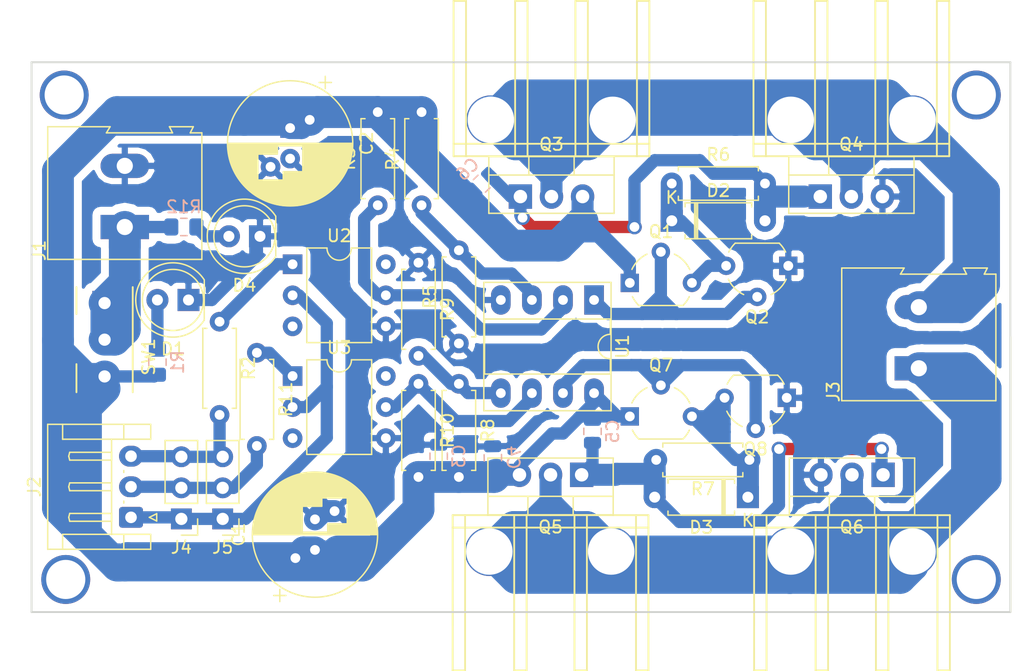
<source format=kicad_pcb>
(kicad_pcb (version 20171130) (host pcbnew "(5.0.2)-1")
  (layers (0 F.Cu signal) (31 B.Cu signal) (34 B.Paste user) (35 F.Paste user) (36 B.SilkS user) (37 F.SilkS user) (38 B.Mask user) (39 F.Mask user) (44 Edge.Cuts user))
  (net 0 "")
  (net 1 VCC)
  (net 2 GND)
  (net 3 "Net-(D1-Pad2)")
  (net 4 "Net-(D2-Pad1)")
  (net 5 "Net-(D3-Pad1)")
  (net 6 /in1)
  (net 7 /in2)
  (net 8 "Net-(Q1-Pad2)")
  (net 9 "Net-(Q7-Pad2)")
  (net 10 "Net-(R2-Pad1)")
  (net 11 "Net-(R3-Pad1)")
  (net 12 "Net-(R4-Pad1)")
  (net 13 "Net-(R8-Pad1)")
  (net 14 "Net-(R10-Pad1)")
  (net 15 "Net-(R11-Pad1)")
  (net 16 "Net-(U2-Pad6)")
  (net 17 "Net-(U2-Pad3)")
  (net 18 "Net-(U3-Pad3)")
  (net 19 "Net-(U3-Pad6)")
  (net 20 "Net-(C6-Pad1)")
  (net 21 "Net-(C5-Pad1)")
  (net 22 "Net-(J3-Pad1)")
  (net 23 "Net-(J3-Pad2)")
  (net 24 GNDD)
  (net 25 "Net-(J1-Pad1)")
  (net 26 "Net-(D4-Pad2)")
  (module LED_THT:LED_D5.0mm_FlatTop (layer F.Cu) (at 74.549 75.946 180)
    (fp_text reference D4 (at 1.27 -4.01 180) (layer F.SilkS))
    (fp_text value LED)
    (pad 1 thru_hole rect (at 0 0 180) (size 1.8 1.8) (drill 0.9) (layers *.Cu *.Mask) (net 2 GND))
    (pad 2 thru_hole circle (at 2.54 0 180) (size 1.8 1.8) (drill 0.9) (layers *.Cu *.Mask) (net 26 "Net-(D4-Pad2)"))
  )
  (module Resistor_SMD:R_0805_2012Metric_Pad1.15x1.40mm_HandSolder (layer B.Cu) (at 68.326 75.184 180)
    (fp_text reference R12 (at 0 1.65 180) (layer B.SilkS) (effects (justify mirror)))
    (fp_text value 5k)
    (pad 1 smd roundrect (at -1.025 0 180) (size 1.15 1.4) (layers B.Cu B.Paste B.Mask) (roundrect_rratio 0.217391) (net 26 "Net-(D4-Pad2)"))
    (pad 2 smd roundrect (at 1.025 0 180) (size 1.15 1.4) (layers B.Cu B.Paste B.Mask) (roundrect_rratio 0.217391) (net 25 "Net-(J1-Pad1)"))
  )
  (module kicad-library:TO-220-3_Vertical (layer F.Cu) (at 125.476 95.4532 180)
    (fp_text reference Q6 (at 2.54 -4.27 180) (layer F.SilkS))
    (fp_text value IRF3205)
    (pad 1 thru_hole rect (at 0 0 180) (size 1.905 2) (drill 1.1) (layers *.Cu *.Mask) (net 21 "Net-(C5-Pad1)"))
    (pad 2 thru_hole oval (at 2.54 0 180) (size 1.905 2) (drill 1.1) (layers *.Cu *.Mask) (net 22 "Net-(J3-Pad1)"))
    (pad 3 thru_hole oval (at 5.08 0 180) (size 1.905 2) (drill 1.1) (layers *.Cu *.Mask) (net 2 GND))
    (pad 2 thru_hole circle (at -2.413 -6.2738 180) (size 4 4) (drill 3.8) (layers *.Cu *.Mask) (net 22 "Net-(J3-Pad1)") (clearance 0.5))
    (pad 2 thru_hole circle (at 7.5438 -6.2738 180) (size 4 4) (drill 3.8) (layers *.Cu *.Mask) (net 22 "Net-(J3-Pad1)") (clearance 0.5))
  )
  (module Resistor_SMD:R_0805_2012Metric_Pad1.15x1.40mm_HandSolder (layer B.Cu) (at 66.167 86.242 90)
    (fp_text reference R1 (at 0 1.65 90) (layer B.SilkS) (effects (justify mirror)))
    (fp_text value 5k)
    (pad 1 smd roundrect (at -1.025 0 90) (size 1.15 1.4) (layers B.Cu B.Paste B.Mask) (roundrect_rratio 0.217391) (net 1 VCC))
    (pad 2 smd roundrect (at 1.025 0 90) (size 1.15 1.4) (layers B.Cu B.Paste B.Mask) (roundrect_rratio 0.217391) (net 3 "Net-(D1-Pad2)"))
  )
  (module Button_Switch_THT:SW_CuK_OS102011MA1QN1_SPDT_Angled (layer F.Cu) (at 61.849 84.407 270)
    (fp_text reference SW1 (at 1.4 -3.6 270) (layer F.SilkS))
    (fp_text value SW_SPDT)
    (pad 1 thru_hole rect (at -3 0 270) (size 2 2) (drill 1) (layers *.Cu *.Mask) (net 25 "Net-(J1-Pad1)"))
    (pad 2 thru_hole oval (at -0.0066 0 270) (size 2 2.5) (drill 1) (layers *.Cu *.Mask) (net 25 "Net-(J1-Pad1)"))
    (pad 3 thru_hole oval (at 3 0 270) (size 2 2.5) (drill 1) (layers *.Cu *.Mask) (net 1 VCC))
  )
  (module Resistor_THT:R_Axial_DIN0207_L6.3mm_D2.5mm_P7.62mm_Horizontal (layer F.Cu) (at 74.295 85.471 270)
    (fp_text reference R11 (at 3.81 -2.37 270) (layer F.SilkS))
    (fp_text value 220)
    (pad 1 thru_hole circle (at 0 0 270) (size 1.6 1.6) (drill 0.8) (layers *.Cu *.Mask) (net 15 "Net-(R11-Pad1)"))
    (pad 2 thru_hole oval (at 7.62 0 270) (size 1.6 1.6) (drill 0.8) (layers *.Cu *.Mask) (net 7 /in2))
  )
  (module Resistor_THT:R_Axial_DIN0207_L6.3mm_D2.5mm_P7.62mm_Horizontal (layer F.Cu) (at 87.503 88.011 270)
    (fp_text reference R10 (at 3.81 -2.37 270) (layer F.SilkS))
    (fp_text value 10k)
    (pad 2 thru_hole oval (at 7.62 0 270) (size 1.6 1.6) (drill 0.8) (layers *.Cu *.Mask) (net 1 VCC))
    (pad 1 thru_hole circle (at 0 0 270) (size 1.6 1.6) (drill 0.8) (layers *.Cu *.Mask) (net 14 "Net-(R10-Pad1)"))
  )
  (module Resistor_THT:R_Axial_DIN0207_L6.3mm_D2.5mm_P7.62mm_Horizontal (layer F.Cu) (at 87.503 78.105 270)
    (fp_text reference R9 (at 3.81 -2.37 270) (layer F.SilkS))
    (fp_text value 10K)
    (pad 1 thru_hole circle (at 0 0 270) (size 1.6 1.6) (drill 0.8) (layers *.Cu *.Mask) (net 2 GND))
    (pad 2 thru_hole oval (at 7.62 0 270) (size 1.6 1.6) (drill 0.8) (layers *.Cu *.Mask) (net 13 "Net-(R8-Pad1)"))
  )
  (module Resistor_THT:R_Axial_DIN0207_L6.3mm_D2.5mm_P7.62mm_Horizontal (layer F.Cu) (at 90.805 88.011 270)
    (fp_text reference R8 (at 3.81 -2.37 270) (layer F.SilkS))
    (fp_text value 10K)
    (pad 2 thru_hole oval (at 7.62 0 270) (size 1.6 1.6) (drill 0.8) (layers *.Cu *.Mask) (net 1 VCC))
    (pad 1 thru_hole circle (at 0 0 270) (size 1.6 1.6) (drill 0.8) (layers *.Cu *.Mask) (net 13 "Net-(R8-Pad1)"))
  )
  (module Resistor_THT:R_Axial_DIN0207_L6.3mm_D2.5mm_P7.62mm_Horizontal (layer F.Cu) (at 114.553997 94.234001 180)
    (fp_text reference R7 (at 3.81 -2.37 180) (layer F.SilkS))
    (fp_text value 10)
    (pad 1 thru_hole circle (at 0 0 180) (size 1.6 1.6) (drill 0.8) (layers *.Cu *.Mask) (net 5 "Net-(D3-Pad1)"))
    (pad 2 thru_hole oval (at 7.62 0 180) (size 1.6 1.6) (drill 0.8) (layers *.Cu *.Mask) (net 21 "Net-(C5-Pad1)"))
  )
  (module Resistor_THT:R_Axial_DIN0207_L6.3mm_D2.5mm_P7.62mm_Horizontal (layer F.Cu) (at 108.203996 71.627999)
    (fp_text reference R6 (at 3.81 -2.37) (layer F.SilkS))
    (fp_text value 10)
    (pad 2 thru_hole oval (at 7.62 0) (size 1.6 1.6) (drill 0.8) (layers *.Cu *.Mask) (net 20 "Net-(C6-Pad1)"))
    (pad 1 thru_hole circle (at 0 0) (size 1.6 1.6) (drill 0.8) (layers *.Cu *.Mask) (net 4 "Net-(D2-Pad1)"))
  )
  (module Resistor_THT:R_Axial_DIN0207_L6.3mm_D2.5mm_P7.62mm_Horizontal (layer F.Cu) (at 90.805 84.709 90)
    (fp_text reference R5 (at 3.81 -2.37 90) (layer F.SilkS))
    (fp_text value 10K)
    (pad 1 thru_hole circle (at 0 0 90) (size 1.6 1.6) (drill 0.8) (layers *.Cu *.Mask) (net 2 GND))
    (pad 2 thru_hole oval (at 7.62 0 90) (size 1.6 1.6) (drill 0.8) (layers *.Cu *.Mask) (net 12 "Net-(R4-Pad1)"))
  )
  (module Resistor_THT:R_Axial_DIN0207_L6.3mm_D2.5mm_P7.62mm_Horizontal (layer F.Cu) (at 84.1756 73.406 90)
    (fp_text reference R3 (at 3.81 -2.37 90) (layer F.SilkS))
    (fp_text value 10K)
    (pad 2 thru_hole oval (at 7.62 0 90) (size 1.6 1.6) (drill 0.8) (layers *.Cu *.Mask) (net 1 VCC))
    (pad 1 thru_hole circle (at 0 0 90) (size 1.6 1.6) (drill 0.8) (layers *.Cu *.Mask) (net 11 "Net-(R3-Pad1)"))
  )
  (module Resistor_THT:R_Axial_DIN0207_L6.3mm_D2.5mm_P7.62mm_Horizontal (layer F.Cu) (at 71.247 82.931 270)
    (fp_text reference R2 (at 3.81 -2.37 270) (layer F.SilkS))
    (fp_text value 220)
    (pad 2 thru_hole oval (at 7.62 0 270) (size 1.6 1.6) (drill 0.8) (layers *.Cu *.Mask) (net 6 /in1))
    (pad 1 thru_hole circle (at 0 0 270) (size 1.6 1.6) (drill 0.8) (layers *.Cu *.Mask) (net 10 "Net-(R2-Pad1)"))
  )
  (module Resistor_THT:R_Axial_DIN0207_L6.3mm_D2.5mm_P7.62mm_Horizontal (layer F.Cu) (at 87.757 73.406 90)
    (fp_text reference R4 (at 3.81 -2.37 90) (layer F.SilkS))
    (fp_text value 10K)
    (pad 1 thru_hole circle (at 0 0 90) (size 1.6 1.6) (drill 0.8) (layers *.Cu *.Mask) (net 12 "Net-(R4-Pad1)"))
    (pad 2 thru_hole oval (at 7.62 0 90) (size 1.6 1.6) (drill 0.8) (layers *.Cu *.Mask) (net 1 VCC))
  )
  (module LED_THT:LED_D5.0mm_FlatTop (layer F.Cu) (at 68.707 81.153 180)
    (fp_text reference D1 (at 1.27 -4.01 180) (layer F.SilkS))
    (fp_text value LED)
    (pad 1 thru_hole rect (at 0 0 180) (size 1.8 1.8) (drill 0.9) (layers *.Cu *.Mask) (net 2 GND))
    (pad 2 thru_hole circle (at 2.54 0 180) (size 1.8 1.8) (drill 0.9) (layers *.Cu *.Mask) (net 3 "Net-(D1-Pad2)"))
  )
  (module kicad-library:TO-220-3_Vertical (layer F.Cu) (at 95.8342 72.6948)
    (fp_text reference Q3 (at 2.54 -4.27) (layer F.SilkS))
    (fp_text value IRF4905)
    (pad 2 thru_hole circle (at 7.5438 -6.2738) (size 4 4) (drill 3.8) (layers *.Cu *.Mask) (net 23 "Net-(J3-Pad2)") (clearance 0.5))
    (pad 2 thru_hole circle (at -2.413 -6.2738) (size 4 4) (drill 3.8) (layers *.Cu *.Mask) (net 23 "Net-(J3-Pad2)") (clearance 0.5))
    (pad 3 thru_hole oval (at 5.08 0) (size 1.905 2) (drill 1.1) (layers *.Cu *.Mask) (net 1 VCC))
    (pad 2 thru_hole oval (at 2.54 0) (size 1.905 2) (drill 1.1) (layers *.Cu *.Mask) (net 23 "Net-(J3-Pad2)"))
    (pad 1 thru_hole rect (at 0 0) (size 1.905 2) (drill 1.1) (layers *.Cu *.Mask) (net 20 "Net-(C6-Pad1)"))
  )
  (module kicad-library:TO-220-3_Vertical (layer F.Cu) (at 120.3452 72.6948)
    (fp_text reference Q4 (at 2.54 -4.27) (layer F.SilkS))
    (fp_text value IRF3205)
    (pad 1 thru_hole rect (at 0 0) (size 1.905 2) (drill 1.1) (layers *.Cu *.Mask) (net 20 "Net-(C6-Pad1)"))
    (pad 2 thru_hole oval (at 2.54 0) (size 1.905 2) (drill 1.1) (layers *.Cu *.Mask) (net 23 "Net-(J3-Pad2)"))
    (pad 3 thru_hole oval (at 5.08 0) (size 1.905 2) (drill 1.1) (layers *.Cu *.Mask) (net 2 GND))
    (pad 2 thru_hole circle (at -2.413 -6.2738) (size 4 4) (drill 3.8) (layers *.Cu *.Mask) (net 23 "Net-(J3-Pad2)") (clearance 0.5))
    (pad 2 thru_hole circle (at 7.5438 -6.2738) (size 4 4) (drill 3.8) (layers *.Cu *.Mask) (net 23 "Net-(J3-Pad2)") (clearance 0.5))
  )
  (module kicad-library:TO-220-3_Vertical (layer F.Cu) (at 100.838 95.4532 180)
    (fp_text reference Q5 (at 2.54 -4.27 180) (layer F.SilkS))
    (fp_text value IRF4905)
    (pad 2 thru_hole circle (at 7.5438 -6.2738 180) (size 4 4) (drill 3.8) (layers *.Cu *.Mask) (net 22 "Net-(J3-Pad1)") (clearance 0.5))
    (pad 2 thru_hole circle (at -2.413 -6.2738 180) (size 4 4) (drill 3.8) (layers *.Cu *.Mask) (net 22 "Net-(J3-Pad1)") (clearance 0.5))
    (pad 3 thru_hole oval (at 5.08 0 180) (size 1.905 2) (drill 1.1) (layers *.Cu *.Mask) (net 1 VCC))
    (pad 2 thru_hole oval (at 2.54 0 180) (size 1.905 2) (drill 1.1) (layers *.Cu *.Mask) (net 22 "Net-(J3-Pad1)"))
    (pad 1 thru_hole rect (at 0 0 180) (size 1.905 2) (drill 1.1) (layers *.Cu *.Mask) (net 21 "Net-(C5-Pad1)"))
  )
  (module Package_TO_SOT_THT:TO-92_Wide (layer F.Cu) (at 117.602 89.154 180)
    (fp_text reference Q8 (at 2.55 -4.19 180) (layer F.SilkS))
    (fp_text value BC557)
    (pad 1 thru_hole rect (at 0 0 270) (size 1.5 1.5) (drill 0.8) (layers *.Cu *.Mask) (net 2 GND))
    (pad 3 thru_hole circle (at 5.08 0 270) (size 1.5 1.5) (drill 0.8) (layers *.Cu *.Mask) (net 5 "Net-(D3-Pad1)"))
    (pad 2 thru_hole circle (at 2.54 -2.54 270) (size 1.5 1.5) (drill 0.8) (layers *.Cu *.Mask) (net 9 "Net-(Q7-Pad2)"))
  )
  (module Package_TO_SOT_THT:TO-92_Wide (layer F.Cu) (at 104.775 90.678)
    (fp_text reference Q7 (at 2.55 -4.19) (layer F.SilkS))
    (fp_text value BC547)
    (pad 2 thru_hole circle (at 2.54 -2.54 90) (size 1.5 1.5) (drill 0.8) (layers *.Cu *.Mask) (net 9 "Net-(Q7-Pad2)"))
    (pad 3 thru_hole circle (at 5.08 0 90) (size 1.5 1.5) (drill 0.8) (layers *.Cu *.Mask) (net 5 "Net-(D3-Pad1)"))
    (pad 1 thru_hole rect (at 0 0 90) (size 1.5 1.5) (drill 0.8) (layers *.Cu *.Mask) (net 1 VCC))
  )
  (module Package_TO_SOT_THT:TO-92_Wide (layer F.Cu) (at 117.729 78.359 180)
    (fp_text reference Q2 (at 2.55 -4.19 180) (layer F.SilkS))
    (fp_text value BC557)
    (pad 1 thru_hole rect (at 0 0 270) (size 1.5 1.5) (drill 0.8) (layers *.Cu *.Mask) (net 2 GND))
    (pad 3 thru_hole circle (at 5.08 0 270) (size 1.5 1.5) (drill 0.8) (layers *.Cu *.Mask) (net 4 "Net-(D2-Pad1)"))
    (pad 2 thru_hole circle (at 2.54 -2.54 270) (size 1.5 1.5) (drill 0.8) (layers *.Cu *.Mask) (net 8 "Net-(Q1-Pad2)"))
  )
  (module Package_TO_SOT_THT:TO-92_Wide (layer F.Cu) (at 104.775 79.756)
    (fp_text reference Q1 (at 2.55 -4.19) (layer F.SilkS))
    (fp_text value BC547)
    (pad 2 thru_hole circle (at 2.54 -2.54 90) (size 1.5 1.5) (drill 0.8) (layers *.Cu *.Mask) (net 8 "Net-(Q1-Pad2)"))
    (pad 3 thru_hole circle (at 5.08 0 90) (size 1.5 1.5) (drill 0.8) (layers *.Cu *.Mask) (net 4 "Net-(D2-Pad1)"))
    (pad 1 thru_hole rect (at 0 0 90) (size 1.5 1.5) (drill 0.8) (layers *.Cu *.Mask) (net 1 VCC))
  )
  (module Capacitor_SMD:C_0805_2012Metric (layer B.Cu) (at 101.727 91.8995 90)
    (fp_text reference C5 (at 0 1.65 90) (layer B.SilkS) (effects (justify mirror)))
    (fp_text value C_Small)
    (pad 2 smd roundrect (at 0.9375 0 90) (size 0.975 1.4) (layers B.Cu B.Paste B.Mask) (net 1 VCC))
    (pad 1 smd roundrect (at -0.9375 0 90) (size 0.975 1.4) (layers B.Cu B.Paste B.Mask) (net 21 "Net-(C5-Pad1)"))
  )
  (module Capacitor_SMD:C_0805_2012Metric (layer B.Cu) (at 92.670613 71.64423 224)
    (fp_text reference C6 (at 0 1.65 224) (layer B.SilkS) (effects (justify mirror)))
    (fp_text value C_Small)
    (pad 1 smd roundrect (at -0.937501 0 224) (size 0.975 1.4) (layers B.Cu B.Paste B.Mask) (net 20 "Net-(C6-Pad1)"))
    (pad 2 smd roundrect (at 0.937501 0 224) (size 0.975 1.4) (layers B.Cu B.Paste B.Mask) (net 1 VCC))
  )
  (module Connector_JST:JST_EH_S03B-EH_1x03_P2.50mm_Horizontal (layer F.Cu) (at 64.008 98.933 90)
    (fp_text reference J2 (at 2.5 -7.9 90) (layer F.SilkS))
    (fp_text value "Input conn")
    (pad 1 thru_hole roundrect (at 0 0 90) (size 1.7 1.95) (drill 0.95) (layers *.Cu *.Mask) (roundrect_rratio 0.147059) (net 24 GNDD))
    (pad 2 thru_hole oval (at 2.5 0 90) (size 1.7 1.95) (drill 0.95) (layers *.Cu *.Mask) (net 7 /in2))
    (pad 3 thru_hole oval (at 5 0 90) (size 1.7 1.95) (drill 0.95) (layers *.Cu *.Mask) (net 6 /in1))
  )
  (module Diode_THT:D_A-405_P7.62mm_Horizontal (layer F.Cu) (at 108.203995 74.676)
    (fp_text reference D2 (at 3.81 -2.47) (layer F.SilkS))
    (fp_text value 1N4148)
    (fp_text user K (at 0 -1.9) (layer F.SilkS))
    (pad 2 thru_hole oval (at 7.62 0) (size 1.8 1.8) (drill 0.9) (layers *.Cu *.Mask) (net 20 "Net-(C6-Pad1)"))
    (pad 1 thru_hole rect (at 0 0) (size 1.8 1.8) (drill 0.9) (layers *.Cu *.Mask) (net 4 "Net-(D2-Pad1)"))
  )
  (module Diode_THT:D_A-405_P7.62mm_Horizontal (layer F.Cu) (at 114.427 97.282 180)
    (fp_text reference D3 (at 3.81 -2.47 180) (layer F.SilkS))
    (fp_text value 1N4148)
    (fp_text user K (at 0 -1.9 180) (layer F.SilkS))
    (pad 1 thru_hole rect (at 0 0 180) (size 1.8 1.8) (drill 0.9) (layers *.Cu *.Mask) (net 5 "Net-(D3-Pad1)"))
    (pad 2 thru_hole oval (at 7.62 0 180) (size 1.8 1.8) (drill 0.9) (layers *.Cu *.Mask) (net 21 "Net-(C5-Pad1)"))
  )
  (module Connector_PinHeader_2.54mm:PinHeader_1x03_P2.54mm_Vertical (layer F.Cu) (at 68.1228 99.06 180)
    (fp_text reference J4 (at 0 -2.33 180) (layer F.SilkS))
    (fp_text value "Input conn")
    (pad 3 thru_hole oval (at 0 5.08 180) (size 1.7 1.7) (drill 1) (layers *.Cu *.Mask) (net 6 /in1))
    (pad 2 thru_hole oval (at 0 2.54 180) (size 1.7 1.7) (drill 1) (layers *.Cu *.Mask) (net 7 /in2))
    (pad 1 thru_hole rect (at 0 0 180) (size 1.7 1.7) (drill 1) (layers *.Cu *.Mask) (net 24 GNDD))
  )
  (module Connector_PinHeader_2.54mm:PinHeader_1x03_P2.54mm_Vertical (layer F.Cu) (at 71.501 99.06 180)
    (fp_text reference J5 (at 0 -2.33 180) (layer F.SilkS))
    (fp_text value "Input conn")
    (pad 1 thru_hole rect (at 0 0 180) (size 1.7 1.7) (drill 1) (layers *.Cu *.Mask) (net 24 GNDD))
    (pad 2 thru_hole oval (at 0 2.54 180) (size 1.7 1.7) (drill 1) (layers *.Cu *.Mask) (net 7 /in2))
    (pad 3 thru_hole oval (at 0 5.08 180) (size 1.7 1.7) (drill 1) (layers *.Cu *.Mask) (net 6 /in1))
  )
  (module Capacitor_THT:CP_Radial_D10.0mm_P2.50mm_P5.00mm (layer F.Cu) (at 79.0448 101.595937 90)
    (fp_text reference C1 (at 1.25 -6.25 90) (layer F.SilkS))
    (fp_text value CP)
    (pad 1 thru_hole rect (at 0 0 90) (size 1.6 1.6) (drill 0.8) (layers *.Cu *.Mask) (net 1 VCC))
    (pad 2 thru_hole circle (at 2.5 0 90) (size 1.6 1.6) (drill 0.8) (layers *.Cu *.Mask) (net 2 GND))
    (pad 1 thru_hole rect (at -0.670937 -1.6 90) (size 1.6 1.6) (drill 0.8) (layers *.Cu *.Mask) (net 1 VCC))
    (pad 2 thru_hole circle (at 3.170937 1.6 90) (size 1.6 1.6) (drill 0.8) (layers *.Cu *.Mask) (net 2 GND))
  )
  (module Capacitor_THT:CP_Radial_D10.0mm_P2.50mm_P5.00mm (layer F.Cu) (at 77.013 67.091937 270)
    (fp_text reference C2 (at 1.25 -6.25 270) (layer F.SilkS))
    (fp_text value CP)
    (pad 2 thru_hole circle (at 3.170937 1.6 270) (size 1.6 1.6) (drill 0.8) (layers *.Cu *.Mask) (net 2 GND))
    (pad 1 thru_hole rect (at -0.670937 -1.6 270) (size 1.6 1.6) (drill 0.8) (layers *.Cu *.Mask) (net 1 VCC))
    (pad 2 thru_hole circle (at 2.5 0 270) (size 1.6 1.6) (drill 0.8) (layers *.Cu *.Mask) (net 2 GND))
    (pad 1 thru_hole rect (at 0 0 270) (size 1.6 1.6) (drill 0.8) (layers *.Cu *.Mask) (net 1 VCC))
  )
  (module Capacitor_SMD:C_0805_2012Metric (layer B.Cu) (at 89.154 93.9315 90)
    (fp_text reference C3 (at 0 1.65 90) (layer B.SilkS) (effects (justify mirror)))
    (fp_text value C_Small)
    (pad 1 smd roundrect (at -0.9375 0 90) (size 0.975 1.4) (layers B.Cu B.Paste B.Mask) (net 1 VCC))
    (pad 2 smd roundrect (at 0.9375 0 90) (size 0.975 1.4) (layers B.Cu B.Paste B.Mask) (net 2 GND))
  )
  (module Capacitor_SMD:C_0805_2012Metric (layer B.Cu) (at 93.582638 94.058642 91)
    (fp_text reference C4 (at 0 1.65 91) (layer B.SilkS) (effects (justify mirror)))
    (fp_text value C_Small)
    (pad 2 smd roundrect (at 0.9375 0 91) (size 0.975 1.4) (layers B.Cu B.Paste B.Mask) (net 2 GND))
    (pad 1 smd roundrect (at -0.9375 0 91) (size 0.975 1.4) (layers B.Cu B.Paste B.Mask) (net 1 VCC))
  )
  (module TerminalBlock:TerminalBlock_Altech_AK300-2_P5.00mm (layer F.Cu) (at 63.5 75.184 90)
    (fp_text reference J1 (at -1.92 -6.99 90) (layer F.SilkS))
    (fp_text value "Power conn")
    (pad 2 thru_hole oval (at 5 0 90) (size 1.98 3.96) (drill 1.32) (layers *.Cu *.Mask) (net 2 GND))
    (pad 1 thru_hole rect (at 0 0 90) (size 1.98 3.96) (drill 1.32) (layers *.Cu *.Mask) (net 25 "Net-(J1-Pad1)"))
  )
  (module TerminalBlock:TerminalBlock_Altech_AK300-2_P5.00mm (layer F.Cu) (at 128.397 86.741 90)
    (fp_text reference J3 (at -1.92 -6.99 90) (layer F.SilkS))
    (fp_text value MOTOR)
    (pad 1 thru_hole rect (at 0 0 90) (size 1.98 3.96) (drill 1.32) (layers *.Cu *.Mask) (net 22 "Net-(J3-Pad1)"))
    (pad 2 thru_hole oval (at 5 0 90) (size 1.98 3.96) (drill 1.32) (layers *.Cu *.Mask) (net 23 "Net-(J3-Pad2)"))
  )
  (module Package_DIP:DIP-8_W7.62mm_Socket_LongPads (layer F.Cu) (at 101.854 81.153 270)
    (fp_text reference U1 (at 3.81 -2.33 270) (layer F.SilkS))
    (fp_text value LM358)
    (pad 1 thru_hole rect (at 0 0 270) (size 2.4 1.6) (drill 0.8) (layers *.Cu *.Mask) (net 8 "Net-(Q1-Pad2)"))
    (pad 5 thru_hole oval (at 7.62 7.62 270) (size 2.4 1.6) (drill 0.8) (layers *.Cu *.Mask) (net 13 "Net-(R8-Pad1)"))
    (pad 2 thru_hole oval (at 0 2.54 270) (size 2.4 1.6) (drill 0.8) (layers *.Cu *.Mask) (net 11 "Net-(R3-Pad1)"))
    (pad 6 thru_hole oval (at 7.62 5.08 270) (size 2.4 1.6) (drill 0.8) (layers *.Cu *.Mask) (net 14 "Net-(R10-Pad1)"))
    (pad 3 thru_hole oval (at 0 5.08 270) (size 2.4 1.6) (drill 0.8) (layers *.Cu *.Mask) (net 12 "Net-(R4-Pad1)"))
    (pad 7 thru_hole oval (at 7.62 2.54 270) (size 2.4 1.6) (drill 0.8) (layers *.Cu *.Mask) (net 9 "Net-(Q7-Pad2)"))
    (pad 4 thru_hole oval (at 0 7.62 270) (size 2.4 1.6) (drill 0.8) (layers *.Cu *.Mask) (net 2 GND))
    (pad 8 thru_hole oval (at 7.62 0 270) (size 2.4 1.6) (drill 0.8) (layers *.Cu *.Mask) (net 1 VCC))
  )
  (module Package_DIP:DIP-6_W7.62mm (layer F.Cu) (at 77.216 78.232)
    (fp_text reference U2 (at 3.81 -2.33) (layer F.SilkS))
    (fp_text value 4N35)
    (pad 6 thru_hole oval (at 7.62 0) (size 1.6 1.6) (drill 0.8) (layers *.Cu *.Mask) (net 16 "Net-(U2-Pad6)"))
    (pad 3 thru_hole oval (at 0 5.08) (size 1.6 1.6) (drill 0.8) (layers *.Cu *.Mask) (net 17 "Net-(U2-Pad3)"))
    (pad 5 thru_hole oval (at 7.62 2.54) (size 1.6 1.6) (drill 0.8) (layers *.Cu *.Mask) (net 11 "Net-(R3-Pad1)"))
    (pad 2 thru_hole oval (at 0 2.54) (size 1.6 1.6) (drill 0.8) (layers *.Cu *.Mask) (net 24 GNDD))
    (pad 4 thru_hole oval (at 7.62 5.08) (size 1.6 1.6) (drill 0.8) (layers *.Cu *.Mask) (net 2 GND))
    (pad 1 thru_hole rect (at 0 0) (size 1.6 1.6) (drill 0.8) (layers *.Cu *.Mask) (net 10 "Net-(R2-Pad1)"))
  )
  (module Package_DIP:DIP-6_W7.62mm (layer F.Cu) (at 77.216 87.376)
    (fp_text reference U3 (at 3.81 -2.33) (layer F.SilkS))
    (fp_text value 4N35)
    (pad 1 thru_hole rect (at 0 0) (size 1.6 1.6) (drill 0.8) (layers *.Cu *.Mask) (net 15 "Net-(R11-Pad1)"))
    (pad 4 thru_hole oval (at 7.62 5.08) (size 1.6 1.6) (drill 0.8) (layers *.Cu *.Mask) (net 2 GND))
    (pad 2 thru_hole oval (at 0 2.54) (size 1.6 1.6) (drill 0.8) (layers *.Cu *.Mask) (net 24 GNDD))
    (pad 5 thru_hole oval (at 7.62 2.54) (size 1.6 1.6) (drill 0.8) (layers *.Cu *.Mask) (net 14 "Net-(R10-Pad1)"))
    (pad 3 thru_hole oval (at 0 5.08) (size 1.6 1.6) (drill 0.8) (layers *.Cu *.Mask) (net 18 "Net-(U3-Pad3)"))
    (pad 6 thru_hole oval (at 7.62 0) (size 1.6 1.6) (drill 0.8) (layers *.Cu *.Mask) (net 19 "Net-(U3-Pad6)"))
  )
  (gr_line (start 135.88 106.68) (end 135.88 61.71) (layer Edge.Cuts) (width 0.15))
  (gr_line (start 135.88 106.68) (end 135.88 84.18) (layer F.SilkS) (width 0.15))
  (gr_line (start 135.88 61.71) (end 55.88 61.71) (layer Edge.Cuts) (width 0.15))
  (gr_line (start 55.88 106.68) (end 55.88 61.71) (layer Edge.Cuts) (width 0.15))
  (gr_line (start 135.88 106.68) (end 55.88 106.68) (layer Edge.Cuts) (width 0.15))
  (via (at 58.674 104.013) (size 4) (drill 3.2) (layers F.Cu B.Cu) (net 0))
  (via (at 133.096 104.013) (size 4) (drill 3.2) (layers F.Cu B.Cu) (net 0))
  (via (at 133.096 64.389) (size 4) (drill 3.2) (layers F.Cu B.Cu) (net 0))
  (via (at 58.547 64.389) (size 4) (drill 3.2) (layers F.Cu B.Cu) (net 0))
  (segment (start 61.849 87.407) (end 61.691 87.407) (width 1.8) (layer B.Cu) (net 1))
  (segment (start 79.0448 101.595937) (end 78.115737 101.595937) (width 2.2) (layer B.Cu) (net 1))
  (segment (start 78.115737 101.595937) (end 77.4448 102.266874) (width 2.2) (layer B.Cu) (net 1))
  (segment (start 95.758 95.4532) (end 93.853 95.4532) (width 1.8) (layer B.Cu) (net 1))
  (segment (start 93.6752 95.631) (end 93.853 95.4532) (width 2.6) (layer B.Cu) (net 1))
  (segment (start 90.805 95.631) (end 93.6752 95.631) (width 2.6) (layer B.Cu) (net 1))
  (segment (start 87.503 98.29624) (end 84.07224 101.727) (width 2.6) (layer B.Cu) (net 1))
  (segment (start 87.503 95.631) (end 87.503 98.29624) (width 2.6) (layer B.Cu) (net 1))
  (segment (start 84.07224 101.727) (end 80.899 101.727) (width 2.6) (layer B.Cu) (net 1))
  (segment (start 79.175863 101.727) (end 79.0448 101.595937) (width 1.8) (layer B.Cu) (net 1))
  (segment (start 80.899 101.727) (end 79.175863 101.727) (width 1.8) (layer B.Cu) (net 1))
  (segment (start 60.325 89.916) (end 60.325 100.457) (width 2.6) (layer B.Cu) (net 1))
  (segment (start 61.849 88.392) (end 60.325 89.916) (width 2.6) (layer B.Cu) (net 1))
  (segment (start 87.503 95.631) (end 90.805 95.631) (width 2.6) (layer B.Cu) (net 1))
  (segment (start 59.436 99.568) (end 60.325 100.457) (width 2.6) (layer B.Cu) (net 1))
  (segment (start 61.849 87.407) (end 59.436 89.82) (width 2.6) (layer B.Cu) (net 1))
  (segment (start 59.436 89.82) (end 59.436 99.568) (width 2.6) (layer B.Cu) (net 1))
  (segment (start 61.437 87.407) (end 59.055 89.789) (width 1.8) (layer B.Cu) (net 1))
  (segment (start 61.849 87.407) (end 61.437 87.407) (width 1.8) (layer B.Cu) (net 1))
  (segment (start 61.849 87.407) (end 60.991 87.407) (width 1.8) (layer B.Cu) (net 1))
  (segment (start 77.942063 67.091937) (end 78.613 66.421) (width 1.8) (layer B.Cu) (net 1))
  (segment (start 77.013 67.091937) (end 77.942063 67.091937) (width 1.8) (layer B.Cu) (net 1))
  (segment (start 58.039 85.09) (end 58.039 84.455) (width 2.2) (layer B.Cu) (net 1))
  (segment (start 61.849 87.407) (end 60.356 87.407) (width 2.2) (layer B.Cu) (net 1))
  (segment (start 60.356 87.407) (end 58.039 85.09) (width 2.2) (layer B.Cu) (net 1))
  (segment (start 58.039 88.423) (end 59.436 89.82) (width 2.2) (layer B.Cu) (net 1))
  (segment (start 58.039 85.09) (end 58.039 88.423) (width 2.2) (layer B.Cu) (net 1))
  (segment (start 59.055 87.407) (end 58.039 88.423) (width 2.2) (layer B.Cu) (net 1))
  (segment (start 60.356 87.407) (end 59.055 87.407) (width 2.2) (layer B.Cu) (net 1))
  (segment (start 65.899999 87.407) (end 65.913 87.393999) (width 1) (layer B.Cu) (net 1))
  (segment (start 61.849 87.407) (end 65.899999 87.407) (width 1) (layer B.Cu) (net 1))
  (segment (start 73.279 66.421) (end 78.613 66.421) (width 2.6) (layer B.Cu) (net 1))
  (segment (start 62.23 66.421) (end 73.279 66.421) (width 2.6) (layer B.Cu) (net 1))
  (segment (start 58.039 84.455) (end 58.039 70.612) (width 2.6) (layer B.Cu) (net 1))
  (segment (start 58.039 70.612) (end 62.23 66.421) (width 2.6) (layer B.Cu) (net 1))
  (segment (start 100.9142 72.6948) (end 100.9142 74.7268) (width 1.8) (layer B.Cu) (net 1))
  (segment (start 87.757 65.786) (end 84.1756 65.786) (width 2.6) (layer B.Cu) (net 1))
  (segment (start 79.248 65.786) (end 78.613 66.421) (width 2.6) (layer B.Cu) (net 1))
  (segment (start 84.1756 65.786) (end 79.248 65.786) (width 2.6) (layer B.Cu) (net 1))
  (segment (start 62.865 65.786) (end 62.23 66.421) (width 2.6) (layer B.Cu) (net 1))
  (segment (start 84.1756 65.786) (end 62.865 65.786) (width 2.6) (layer B.Cu) (net 1))
  (segment (start 87.757 66.91737) (end 87.757 69.3674) (width 2.6) (layer B.Cu) (net 1))
  (segment (start 87.757 65.786) (end 87.757 66.91737) (width 2.6) (layer B.Cu) (net 1))
  (segment (start 87.757 69.3674) (end 84.1756 65.786) (width 2.6) (layer B.Cu) (net 1))
  (segment (start 100.9142 74.7268) (end 99.695 75.946) (width 2.6) (layer B.Cu) (net 1))
  (segment (start 102.715 75.946) (end 99.695 75.946) (width 1) (layer B.Cu) (net 1))
  (segment (start 104.775 78.006) (end 102.715 75.946) (width 1) (layer B.Cu) (net 1))
  (segment (start 104.775 78.5876) (end 100.9142 74.7268) (width 1) (layer B.Cu) (net 1))
  (segment (start 104.775 78.74) (end 104.775 78.5876) (width 1) (layer B.Cu) (net 1))
  (segment (start 104.775 79.756) (end 104.775 78.74) (width 1) (layer B.Cu) (net 1))
  (segment (start 104.775 78.74) (end 104.775 78.006) (width 1) (layer B.Cu) (net 1))
  (segment (start 101.4958 74.7268) (end 102.715 75.946) (width 1) (layer B.Cu) (net 1))
  (segment (start 100.9142 74.7268) (end 101.4958 74.7268) (width 1) (layer B.Cu) (net 1))
  (segment (start 103.759 90.678) (end 101.854 88.773) (width 1) (layer B.Cu) (net 1))
  (segment (start 104.775 90.678) (end 103.759 90.678) (width 1) (layer B.Cu) (net 1))
  (segment (start 101.854 89.535) (end 101.854 88.773) (width 1) (layer B.Cu) (net 1))
  (segment (start 98.425 92.075) (end 99.314 92.075) (width 1) (layer B.Cu) (net 1))
  (segment (start 95.758 95.4532) (end 95.758 94.742) (width 1) (layer B.Cu) (net 1))
  (segment (start 95.758 94.742) (end 98.425 92.075) (width 1) (layer B.Cu) (net 1))
  (segment (start 100.711 90.678) (end 100.584 90.805) (width 1) (layer B.Cu) (net 1))
  (segment (start 104.775 90.678) (end 100.711 90.678) (width 1) (layer B.Cu) (net 1))
  (segment (start 99.314 92.075) (end 100.584 90.805) (width 1) (layer B.Cu) (net 1))
  (segment (start 100.584 90.805) (end 101.854 89.535) (width 1) (layer B.Cu) (net 1))
  (segment (start 95.0976 76.708) (end 87.757 69.3674) (width 2.6) (layer B.Cu) (net 1))
  (segment (start 99.695 75.946) (end 98.933 76.708) (width 2.6) (layer B.Cu) (net 1))
  (segment (start 98.933 76.708) (end 95.0976 76.708) (width 2.6) (layer B.Cu) (net 1))
  (segment (start 58.039 98.171) (end 59.436 99.568) (width 2.6) (layer B.Cu) (net 1))
  (segment (start 58.039 84.455) (end 58.039 98.171) (width 2.6) (layer B.Cu) (net 1))
  (segment (start 82.92924 102.87) (end 84.07224 101.727) (width 2.6) (layer B.Cu) (net 1))
  (segment (start 62.992 102.362) (end 63.5 102.87) (width 2.6) (layer B.Cu) (net 1))
  (segment (start 63.5 102.87) (end 82.92924 102.87) (width 2.6) (layer B.Cu) (net 1))
  (segment (start 63.722126 102.266874) (end 77.4448 102.266874) (width 2.6) (layer B.Cu) (net 1))
  (segment (start 63.119 102.87) (end 63.722126 102.266874) (width 2.6) (layer B.Cu) (net 1))
  (segment (start 62.865 102.87) (end 63.119 102.87) (width 2.6) (layer B.Cu) (net 1))
  (segment (start 60.325 100.457) (end 60.452 100.457) (width 2.6) (layer B.Cu) (net 1))
  (segment (start 60.452 100.457) (end 62.865 102.87) (width 2.6) (layer B.Cu) (net 1))
  (segment (start 79.715737 98.425) (end 79.0448 99.095937) (width 1.8) (layer B.Cu) (net 2))
  (segment (start 80.6448 98.425) (end 79.715737 98.425) (width 1.8) (layer B.Cu) (net 2))
  (segment (start 70.607 81.153) (end 74.168 77.592) (width 1) (layer B.Cu) (net 2))
  (segment (start 68.707 81.153) (end 70.607 81.153) (width 1) (layer B.Cu) (net 2))
  (segment (start 74.168 76.327) (end 74.549 75.946) (width 1) (layer B.Cu) (net 2))
  (segment (start 74.168 77.592) (end 74.168 76.327) (width 1) (layer B.Cu) (net 2))
  (segment (start 66.167 81.153) (end 66.167 85.217) (width 1) (layer B.Cu) (net 3))
  (segment (start 111.252 78.359) (end 109.855 79.756) (width 1) (layer B.Cu) (net 4))
  (segment (start 112.649 78.359) (end 111.252 78.359) (width 1) (layer B.Cu) (net 4))
  (segment (start 108.966 74.676) (end 112.649 78.359) (width 1) (layer B.Cu) (net 4))
  (segment (start 108.203995 74.676) (end 108.966 74.676) (width 1) (layer B.Cu) (net 4))
  (segment (start 108.203996 74.675999) (end 108.203995 74.676) (width 1.8) (layer B.Cu) (net 4))
  (segment (start 108.203996 71.627999) (end 108.203996 74.675999) (width 1.8) (layer B.Cu) (net 4))
  (segment (start 110.998 90.678) (end 112.522 89.154) (width 1) (layer B.Cu) (net 5))
  (segment (start 109.855 90.678) (end 110.998 90.678) (width 1) (layer B.Cu) (net 5))
  (segment (start 114.553997 94.234001) (end 113.411001 94.234001) (width 1) (layer B.Cu) (net 5))
  (segment (start 112.522 89.154) (end 112.522 90.21466) (width 1) (layer B.Cu) (net 5))
  (segment (start 113.411001 94.234001) (end 112.522 93.345) (width 1) (layer B.Cu) (net 5))
  (segment (start 112.522 93.345) (end 109.855 90.678) (width 1) (layer B.Cu) (net 5))
  (segment (start 112.522 91.313) (end 111.887 90.678) (width 1) (layer B.Cu) (net 5))
  (segment (start 112.522 90.21466) (end 112.522 91.313) (width 1) (layer B.Cu) (net 5))
  (segment (start 112.014 91.948) (end 110.744 90.678) (width 1) (layer B.Cu) (net 5))
  (segment (start 112.522 91.948) (end 112.014 91.948) (width 1) (layer B.Cu) (net 5))
  (segment (start 110.744 90.678) (end 109.855 90.678) (width 1) (layer B.Cu) (net 5))
  (segment (start 111.887 90.678) (end 110.744 90.678) (width 1) (layer B.Cu) (net 5))
  (segment (start 112.522 91.313) (end 112.522 91.948) (width 1) (layer B.Cu) (net 5))
  (segment (start 112.522 91.948) (end 112.522 93.345) (width 1) (layer B.Cu) (net 5))
  (segment (start 114.427 94.360998) (end 114.553997 94.234001) (width 1.8) (layer B.Cu) (net 5))
  (segment (start 114.427 97.282) (end 114.427 94.360998) (width 1.8) (layer B.Cu) (net 5))
  (segment (start 68.0758 93.933) (end 68.1228 93.98) (width 1) (layer B.Cu) (net 6))
  (segment (start 64.008 93.933) (end 68.0758 93.933) (width 1) (layer B.Cu) (net 6))
  (segment (start 71.501 93.98) (end 68.1228 93.98) (width 1) (layer B.Cu) (net 6))
  (segment (start 71.247 93.726) (end 71.501 93.98) (width 1) (layer B.Cu) (net 6))
  (segment (start 71.247 90.551) (end 71.247 93.726) (width 1) (layer B.Cu) (net 6))
  (segment (start 68.0358 96.433) (end 68.1228 96.52) (width 1) (layer B.Cu) (net 7))
  (segment (start 64.008 96.433) (end 68.0358 96.433) (width 1) (layer B.Cu) (net 7))
  (segment (start 71.501 96.52) (end 68.1228 96.52) (width 1) (layer B.Cu) (net 7))
  (segment (start 72.39 96.52) (end 71.501 96.52) (width 1) (layer B.Cu) (net 7))
  (segment (start 74.295 93.091) (end 74.295 94.615) (width 1) (layer B.Cu) (net 7))
  (segment (start 74.295 94.615) (end 72.39 96.52) (width 1) (layer B.Cu) (net 7))
  (segment (start 102.997 82.296) (end 101.854 81.153) (width 1) (layer B.Cu) (net 8))
  (segment (start 105.791 82.296) (end 102.997 82.296) (width 1) (layer B.Cu) (net 8))
  (segment (start 107.315 77.216) (end 107.315 80.772) (width 1) (layer B.Cu) (net 8))
  (segment (start 107.315 80.772) (end 105.791 82.296) (width 1) (layer B.Cu) (net 8))
  (segment (start 114.12834 80.899) (end 112.73134 82.296) (width 1) (layer B.Cu) (net 8))
  (segment (start 115.189 80.899) (end 114.12834 80.899) (width 1) (layer B.Cu) (net 8))
  (segment (start 107.315 81.026) (end 108.585 82.296) (width 1) (layer B.Cu) (net 8))
  (segment (start 107.315 80.772) (end 107.315 81.026) (width 1) (layer B.Cu) (net 8))
  (segment (start 112.73134 82.296) (end 108.585 82.296) (width 1) (layer B.Cu) (net 8))
  (segment (start 107.442 81.153) (end 107.315 81.026) (width 1) (layer B.Cu) (net 8))
  (segment (start 107.442 82.296) (end 107.442 81.153) (width 1) (layer B.Cu) (net 8))
  (segment (start 108.585 82.296) (end 107.442 82.296) (width 1) (layer B.Cu) (net 8))
  (segment (start 107.442 82.296) (end 105.791 82.296) (width 1) (layer B.Cu) (net 8))
  (segment (start 108.966 86.487) (end 107.315 88.138) (width 1) (layer B.Cu) (net 9))
  (segment (start 115.062 91.694) (end 115.062 87.63) (width 1) (layer B.Cu) (net 9))
  (segment (start 115.062 87.63) (end 113.919 86.487) (width 1) (layer B.Cu) (net 9))
  (segment (start 113.919 86.487) (end 108.966 86.487) (width 1) (layer B.Cu) (net 9))
  (segment (start 99.314 88.138) (end 99.314 88.773) (width 1) (layer B.Cu) (net 9))
  (segment (start 100.965 86.487) (end 99.314 88.138) (width 1) (layer B.Cu) (net 9))
  (segment (start 107.315 88.138) (end 105.664 86.487) (width 1) (layer B.Cu) (net 9))
  (segment (start 105.664 86.487) (end 104.902 86.487) (width 1) (layer B.Cu) (net 9))
  (segment (start 104.902 86.487) (end 100.965 86.487) (width 1) (layer B.Cu) (net 9))
  (segment (start 107.315 86.487) (end 107.315 88.138) (width 1) (layer B.Cu) (net 9))
  (segment (start 104.902 86.487) (end 107.315 86.487) (width 1) (layer B.Cu) (net 9))
  (segment (start 107.315 86.487) (end 108.966 86.487) (width 1) (layer B.Cu) (net 9))
  (segment (start 75.946 78.232) (end 71.247 82.931) (width 1) (layer B.Cu) (net 10))
  (segment (start 77.216 78.232) (end 75.946 78.232) (width 1) (layer B.Cu) (net 10))
  (segment (start 84.201 80.772) (end 84.836 80.772) (width 1) (layer B.Cu) (net 11))
  (segment (start 83.058 79.629) (end 84.201 80.772) (width 1) (layer B.Cu) (net 11))
  (segment (start 84.1756 73.406) (end 83.058 74.5236) (width 1) (layer B.Cu) (net 11))
  (segment (start 83.058 74.5236) (end 83.058 79.629) (width 1) (layer B.Cu) (net 11))
  (segment (start 89.789 80.772) (end 84.836 80.772) (width 1) (layer B.Cu) (net 11))
  (segment (start 92.583 83.566) (end 89.789 80.772) (width 1) (layer B.Cu) (net 11))
  (segment (start 97.536 83.566) (end 92.583 83.566) (width 1) (layer B.Cu) (net 11))
  (segment (start 99.314 81.153) (end 99.314 81.788) (width 1) (layer B.Cu) (net 11))
  (segment (start 99.314 81.788) (end 97.536 83.566) (width 1) (layer B.Cu) (net 11))
  (segment (start 87.757 74.041) (end 90.805 77.089) (width 1) (layer B.Cu) (net 12))
  (segment (start 87.757 73.406) (end 87.757 74.041) (width 1) (layer B.Cu) (net 12))
  (segment (start 92.71 78.994) (end 90.805 77.089) (width 1) (layer B.Cu) (net 12))
  (segment (start 95.123 78.994) (end 92.71 78.994) (width 1) (layer B.Cu) (net 12))
  (segment (start 96.774 81.153) (end 96.774 80.645) (width 1) (layer B.Cu) (net 12))
  (segment (start 96.774 80.645) (end 95.123 78.994) (width 1) (layer B.Cu) (net 12))
  (segment (start 91.567 88.773) (end 90.805 88.011) (width 1) (layer B.Cu) (net 13))
  (segment (start 94.234 88.773) (end 91.567 88.773) (width 1) (layer B.Cu) (net 13))
  (segment (start 87.884 85.725) (end 87.503 85.725) (width 1) (layer B.Cu) (net 13))
  (segment (start 90.805 88.011) (end 90.17 88.011) (width 1) (layer B.Cu) (net 13))
  (segment (start 90.17 88.011) (end 87.884 85.725) (width 1) (layer B.Cu) (net 13))
  (segment (start 88.302999 88.810999) (end 87.503 88.011) (width 1) (layer B.Cu) (net 14))
  (segment (start 90.551 91.059) (end 88.302999 88.810999) (width 1) (layer B.Cu) (net 14))
  (segment (start 94.888 91.059) (end 90.551 91.059) (width 1) (layer B.Cu) (net 14))
  (segment (start 96.774 88.773) (end 96.774 89.173) (width 1) (layer B.Cu) (net 14))
  (segment (start 96.774 89.173) (end 94.888 91.059) (width 1) (layer B.Cu) (net 14))
  (segment (start 85.598 89.916) (end 87.503 88.011) (width 1) (layer B.Cu) (net 14))
  (segment (start 84.836 89.916) (end 85.598 89.916) (width 1) (layer B.Cu) (net 14))
  (segment (start 75.311 85.471) (end 77.216 87.376) (width 1) (layer B.Cu) (net 15))
  (segment (start 74.295 85.471) (end 75.311 85.471) (width 1) (layer B.Cu) (net 15))
  (segment (start 115.823996 74.675999) (end 115.823995 74.676) (width 1.8) (layer B.Cu) (net 20))
  (segment (start 120.3452 72.6948) (end 119.0498 72.6948) (width 1) (layer B.Cu) (net 20))
  (segment (start 115.900196 72.6948) (end 115.823996 72.771) (width 1.8) (layer B.Cu) (net 20))
  (segment (start 119.0498 72.6948) (end 115.900196 72.6948) (width 1.8) (layer B.Cu) (net 20))
  (segment (start 115.823996 71.627999) (end 115.823996 72.771) (width 1.8) (layer B.Cu) (net 20))
  (segment (start 115.823996 72.771) (end 115.823996 74.675999) (width 1.8) (layer B.Cu) (net 20))
  (segment (start 115.023997 70.828) (end 111.595 70.828) (width 1) (layer B.Cu) (net 20))
  (segment (start 115.823996 71.627999) (end 115.023997 70.828) (width 1) (layer B.Cu) (net 20))
  (segment (start 111.595 70.828) (end 110.49 69.723) (width 1) (layer B.Cu) (net 20))
  (segment (start 110.49 69.723) (end 106.807 69.723) (width 1) (layer B.Cu) (net 20))
  (segment (start 106.807 69.723) (end 105.156 71.374) (width 1) (layer B.Cu) (net 20))
  (via (at 105.156 75.184) (size 1.2) (drill 0.8) (layers F.Cu B.Cu) (net 20))
  (segment (start 105.156 71.374) (end 105.156 75.184) (width 1) (layer B.Cu) (net 20))
  (segment (start 105.156 75.184) (end 96.774 75.184) (width 1) (layer F.Cu) (net 20))
  (via (at 96.012 74.422) (size 1.2) (drill 0.8) (layers F.Cu B.Cu) (net 20))
  (segment (start 96.774 75.184) (end 96.012 74.422) (width 1) (layer F.Cu) (net 20))
  (segment (start 95.8342 74.2442) (end 96.012 74.422) (width 1) (layer B.Cu) (net 20))
  (segment (start 95.8342 72.6948) (end 95.8342 74.2442) (width 1) (layer B.Cu) (net 20))
  (segment (start 95.046808 72.6948) (end 93.344995 70.992987) (width 1) (layer B.Cu) (net 20))
  (segment (start 95.8342 72.6948) (end 95.046808 72.6948) (width 1) (layer B.Cu) (net 20))
  (segment (start 106.807 94.360998) (end 106.933997 94.234001) (width 1.8) (layer B.Cu) (net 21))
  (segment (start 103.6667 95.377) (end 106.807 95.377) (width 1.8) (layer B.Cu) (net 21))
  (segment (start 103.5905 95.4532) (end 103.6667 95.377) (width 1.8) (layer B.Cu) (net 21))
  (segment (start 100.838 95.4532) (end 103.5905 95.4532) (width 1.8) (layer B.Cu) (net 21))
  (segment (start 106.807 97.282) (end 106.807 95.377) (width 1.8) (layer B.Cu) (net 21))
  (segment (start 106.807 95.377) (end 106.807 94.360998) (width 1.8) (layer B.Cu) (net 21))
  (segment (start 101.727 94.5642) (end 100.838 95.4532) (width 1) (layer B.Cu) (net 21))
  (segment (start 101.727 92.837) (end 101.727 94.5642) (width 1) (layer B.Cu) (net 21))
  (via (at 116.967 93.345) (size 1.2) (drill 0.8) (layers F.Cu B.Cu) (net 21))
  (segment (start 116.967 97.917) (end 116.967 93.910685) (width 1) (layer B.Cu) (net 21))
  (segment (start 116.967 93.910685) (end 116.967 93.345) (width 1) (layer B.Cu) (net 21))
  (segment (start 115.57 99.314) (end 116.967 97.917) (width 1) (layer B.Cu) (net 21))
  (segment (start 108.839 99.314) (end 115.57 99.314) (width 1) (layer B.Cu) (net 21))
  (segment (start 106.807 97.282) (end 108.839 99.314) (width 1) (layer B.Cu) (net 21))
  (segment (start 116.967 93.345) (end 117.815528 93.345) (width 1) (layer F.Cu) (net 21))
  (via (at 125.349 93.345) (size 1.2) (drill 0.8) (layers F.Cu B.Cu) (net 21))
  (segment (start 117.815528 93.345) (end 125.349 93.345) (width 1) (layer F.Cu) (net 21))
  (segment (start 125.349 95.3262) (end 125.476 95.4532) (width 1) (layer B.Cu) (net 21))
  (segment (start 125.349 93.345) (end 125.349 95.3262) (width 1) (layer B.Cu) (net 21))
  (segment (start 98.298 95.4532) (end 98.298 98.2532) (width 1.8) (layer B.Cu) (net 22))
  (segment (start 98.298 98.2532) (end 98.298 101.727) (width 2.6) (layer B.Cu) (net 22))
  (segment (start 98.298 99.06) (end 95.631 101.727) (width 2.6) (layer B.Cu) (net 22))
  (segment (start 93.2942 101.727) (end 95.631 101.727) (width 2.6) (layer B.Cu) (net 22))
  (segment (start 95.631 101.727) (end 98.298 101.727) (width 2.6) (layer B.Cu) (net 22))
  (segment (start 98.298 99.06) (end 100.965 101.727) (width 2.6) (layer B.Cu) (net 22))
  (segment (start 98.298 98.2532) (end 98.298 99.06) (width 2.6) (layer B.Cu) (net 22))
  (segment (start 98.298 101.727) (end 100.965 101.727) (width 2.6) (layer B.Cu) (net 22))
  (segment (start 100.965 101.727) (end 103.251 101.727) (width 2.6) (layer B.Cu) (net 22))
  (segment (start 122.936 95.4532) (end 122.936 97.917) (width 1.8) (layer B.Cu) (net 22))
  (segment (start 122.936 97.917) (end 122.936 101.727) (width 2.6) (layer B.Cu) (net 22))
  (segment (start 122.936 98.679) (end 119.888 101.727) (width 2.6) (layer B.Cu) (net 22))
  (segment (start 117.9322 101.727) (end 119.888 101.727) (width 2.6) (layer B.Cu) (net 22))
  (segment (start 122.936 98.679) (end 125.984 101.727) (width 2.6) (layer B.Cu) (net 22))
  (segment (start 122.936 97.917) (end 122.936 98.679) (width 2.6) (layer B.Cu) (net 22))
  (segment (start 122.936 101.727) (end 125.984 101.727) (width 2.6) (layer B.Cu) (net 22))
  (segment (start 125.984 101.727) (end 127.889 101.727) (width 2.6) (layer B.Cu) (net 22))
  (segment (start 127.889 101.727) (end 127.889 102.235) (width 2.6) (layer B.Cu) (net 22))
  (segment (start 114.808 101.727) (end 114.808 102.616) (width 2.6) (layer B.Cu) (net 22))
  (segment (start 103.251 101.727) (end 114.808 101.727) (width 2.6) (layer B.Cu) (net 22))
  (segment (start 114.808 101.727) (end 117.9322 101.727) (width 2.6) (layer B.Cu) (net 22))
  (segment (start 114.808 102.616) (end 115.951 103.759) (width 2.6) (layer B.Cu) (net 22))
  (segment (start 115.951 103.759) (end 117.729 103.759) (width 2.6) (layer B.Cu) (net 22))
  (segment (start 117.729 103.759) (end 117.856 103.886) (width 2.6) (layer B.Cu) (net 22))
  (segment (start 117.856 103.886) (end 119.761 103.886) (width 2.6) (layer B.Cu) (net 22))
  (segment (start 119.761 103.632) (end 121.666 101.727) (width 2.6) (layer B.Cu) (net 22))
  (segment (start 119.761 103.886) (end 119.761 103.632) (width 2.6) (layer B.Cu) (net 22))
  (segment (start 119.888 101.727) (end 121.666 101.727) (width 2.6) (layer B.Cu) (net 22))
  (segment (start 121.666 101.727) (end 122.936 101.727) (width 2.6) (layer B.Cu) (net 22))
  (segment (start 127.889 101.727) (end 127.889 102.87) (width 2.6) (layer B.Cu) (net 22))
  (segment (start 126.873 103.886) (end 119.761 103.886) (width 2.6) (layer B.Cu) (net 22))
  (segment (start 127.889 102.87) (end 126.873 103.886) (width 2.6) (layer B.Cu) (net 22))
  (segment (start 114.808 101.727) (end 119.126 101.727) (width 2.6) (layer B.Cu) (net 22))
  (segment (start 98.298 99.06) (end 98.298 102.235) (width 2.6) (layer B.Cu) (net 22))
  (segment (start 99.822 103.759) (end 115.951 103.759) (width 2.6) (layer B.Cu) (net 22))
  (segment (start 98.298 102.235) (end 99.822 103.759) (width 2.6) (layer B.Cu) (net 22))
  (segment (start 95.3262 103.759) (end 93.2942 101.727) (width 2.6) (layer B.Cu) (net 22))
  (segment (start 99.822 103.759) (end 95.3262 103.759) (width 2.6) (layer B.Cu) (net 22))
  (segment (start 95.4532 103.886) (end 93.2942 101.727) (width 2.6) (layer B.Cu) (net 22))
  (segment (start 117.856 103.886) (end 95.4532 103.886) (width 2.6) (layer B.Cu) (net 22))
  (segment (start 124.746001 99.727001) (end 122.936 97.917) (width 2.6) (layer B.Cu) (net 22))
  (segment (start 125.889001 99.727001) (end 124.746001 99.727001) (width 2.6) (layer B.Cu) (net 22))
  (segment (start 127.889 101.727) (end 125.889001 99.727001) (width 2.6) (layer B.Cu) (net 22))
  (segment (start 121.125999 99.727001) (end 122.936 97.917) (width 2.6) (layer B.Cu) (net 22))
  (segment (start 119.932199 99.727001) (end 121.125999 99.727001) (width 2.6) (layer B.Cu) (net 22))
  (segment (start 117.9322 101.727) (end 119.932199 99.727001) (width 2.6) (layer B.Cu) (net 22))
  (segment (start 96.824199 99.727001) (end 98.298 98.2532) (width 2.6) (layer B.Cu) (net 22))
  (segment (start 95.294199 99.727001) (end 96.824199 99.727001) (width 2.6) (layer B.Cu) (net 22))
  (segment (start 93.2942 101.727) (end 95.294199 99.727001) (width 2.6) (layer B.Cu) (net 22))
  (segment (start 99.771801 99.727001) (end 98.298 98.2532) (width 2.6) (layer B.Cu) (net 22))
  (segment (start 101.251001 99.727001) (end 99.771801 99.727001) (width 2.6) (layer B.Cu) (net 22))
  (segment (start 103.251 101.727) (end 101.251001 99.727001) (width 2.6) (layer B.Cu) (net 22))
  (segment (start 132.334 97.282) (end 127.889 101.727) (width 2.6) (layer B.Cu) (net 22))
  (segment (start 128.397 86.741) (end 128.651 86.741) (width 2.6) (layer B.Cu) (net 22))
  (segment (start 128.651 86.741) (end 132.334 90.424) (width 2.6) (layer B.Cu) (net 22))
  (segment (start 128.110999 99.727001) (end 132.334 95.504) (width 2.6) (layer B.Cu) (net 22))
  (segment (start 125.889001 99.727001) (end 128.110999 99.727001) (width 2.6) (layer B.Cu) (net 22))
  (segment (start 132.334 90.424) (end 132.334 95.504) (width 2.6) (layer B.Cu) (net 22))
  (segment (start 132.334 95.504) (end 132.334 97.282) (width 2.6) (layer B.Cu) (net 22))
  (segment (start 133.858 95.758) (end 132.334 97.282) (width 2.6) (layer B.Cu) (net 22))
  (segment (start 133.858 88.392) (end 133.858 95.758) (width 2.6) (layer B.Cu) (net 22))
  (segment (start 128.397 86.741) (end 132.207 86.741) (width 2.6) (layer B.Cu) (net 22))
  (segment (start 132.207 86.741) (end 133.858 88.392) (width 2.6) (layer B.Cu) (net 22))
  (segment (start 98.3742 72.6948) (end 98.3742 70.5358) (width 1.8) (layer B.Cu) (net 23))
  (segment (start 98.3742 66.4718) (end 98.425 66.421) (width 2.6) (layer B.Cu) (net 23))
  (segment (start 98.3742 70.5358) (end 98.3742 66.4718) (width 2.6) (layer B.Cu) (net 23))
  (segment (start 93.4212 66.421) (end 98.425 66.421) (width 2.6) (layer B.Cu) (net 23))
  (segment (start 98.425 66.421) (end 103.378 66.421) (width 2.6) (layer B.Cu) (net 23))
  (segment (start 93.4212 66.421) (end 95.377 66.421) (width 2.6) (layer B.Cu) (net 23))
  (segment (start 95.421199 68.420999) (end 93.4212 66.421) (width 2.6) (layer B.Cu) (net 23))
  (segment (start 96.259399 68.420999) (end 95.421199 68.420999) (width 2.6) (layer B.Cu) (net 23))
  (segment (start 98.3742 70.5358) (end 96.259399 68.420999) (width 2.6) (layer B.Cu) (net 23))
  (segment (start 100.489001 68.420999) (end 98.3742 70.5358) (width 2.6) (layer B.Cu) (net 23))
  (segment (start 101.378001 68.420999) (end 100.489001 68.420999) (width 2.6) (layer B.Cu) (net 23))
  (segment (start 103.378 66.421) (end 101.378001 68.420999) (width 2.6) (layer B.Cu) (net 23))
  (segment (start 122.8852 72.6948) (end 122.8852 70.231) (width 1.8) (layer B.Cu) (net 23))
  (segment (start 122.8852 66.4718) (end 122.936 66.421) (width 2.6) (layer B.Cu) (net 23))
  (segment (start 122.8852 70.231) (end 122.8852 66.4718) (width 2.6) (layer B.Cu) (net 23))
  (segment (start 117.9322 66.421) (end 122.936 66.421) (width 2.6) (layer B.Cu) (net 23))
  (segment (start 122.936 66.421) (end 127.889 66.421) (width 2.6) (layer B.Cu) (net 23))
  (segment (start 121.075199 68.420999) (end 122.8852 70.231) (width 2.6) (layer B.Cu) (net 23))
  (segment (start 119.932199 68.420999) (end 121.075199 68.420999) (width 2.6) (layer B.Cu) (net 23))
  (segment (start 117.9322 66.421) (end 119.932199 68.420999) (width 2.6) (layer B.Cu) (net 23))
  (segment (start 124.695201 68.420999) (end 122.8852 70.231) (width 2.6) (layer B.Cu) (net 23))
  (segment (start 125.889001 68.420999) (end 124.695201 68.420999) (width 2.6) (layer B.Cu) (net 23))
  (segment (start 127.889 66.421) (end 125.889001 68.420999) (width 2.6) (layer B.Cu) (net 23))
  (segment (start 115.410999 64.421001) (end 113.411 66.421) (width 2.6) (layer B.Cu) (net 23))
  (segment (start 103.378 66.421) (end 113.411 66.421) (width 2.6) (layer B.Cu) (net 23))
  (segment (start 113.411 66.421) (end 117.9322 66.421) (width 2.6) (layer B.Cu) (net 23))
  (segment (start 105.377999 64.421001) (end 103.378 66.421) (width 2.6) (layer B.Cu) (net 23))
  (segment (start 115.410999 64.421001) (end 105.377999 64.421001) (width 2.6) (layer B.Cu) (net 23))
  (segment (start 95.421199 64.421001) (end 93.4212 66.421) (width 2.6) (layer B.Cu) (net 23))
  (segment (start 105.377999 64.421001) (end 95.421199 64.421001) (width 2.6) (layer B.Cu) (net 23))
  (segment (start 126.111 64.643) (end 127.889 66.421) (width 2.6) (layer B.Cu) (net 23))
  (segment (start 115.410999 64.421001) (end 125.889001 64.421001) (width 2.6) (layer B.Cu) (net 23))
  (segment (start 125.889001 64.421001) (end 126.111 64.643) (width 2.6) (layer B.Cu) (net 23))
  (segment (start 128.397 81.741) (end 129.333 81.741) (width 2.6) (layer B.Cu) (net 23))
  (segment (start 129.333 81.741) (end 132.461 78.613) (width 2.6) (layer B.Cu) (net 23))
  (segment (start 132.461 70.993) (end 126.111 64.643) (width 2.6) (layer B.Cu) (net 23))
  (segment (start 128.999999 68.420999) (end 132.461 71.882) (width 2.6) (layer B.Cu) (net 23))
  (segment (start 125.889001 68.420999) (end 128.999999 68.420999) (width 2.6) (layer B.Cu) (net 23))
  (segment (start 132.461 78.613) (end 132.461 71.882) (width 2.6) (layer B.Cu) (net 23))
  (segment (start 132.461 71.882) (end 132.461 70.993) (width 2.6) (layer B.Cu) (net 23))
  (segment (start 133.731 72.263) (end 132.461 70.993) (width 2.6) (layer B.Cu) (net 23))
  (segment (start 133.731 79.883) (end 133.731 72.263) (width 2.6) (layer B.Cu) (net 23))
  (segment (start 128.397 81.741) (end 131.873 81.741) (width 2.6) (layer B.Cu) (net 23))
  (segment (start 131.873 81.741) (end 133.731 79.883) (width 2.6) (layer B.Cu) (net 23))
  (segment (start 67.9958 98.933) (end 68.1228 99.06) (width 1) (layer B.Cu) (net 24))
  (segment (start 64.008 98.933) (end 67.9958 98.933) (width 1) (layer B.Cu) (net 24))
  (segment (start 68.1228 99.06) (end 71.501 99.06) (width 1) (layer B.Cu) (net 24))
  (segment (start 78.34737 89.916) (end 77.216 89.916) (width 1) (layer B.Cu) (net 24))
  (segment (start 80.01 88.25337) (end 78.34737 89.916) (width 1) (layer B.Cu) (net 24))
  (segment (start 80.01 92.401) (end 80.01 88.25337) (width 1) (layer B.Cu) (net 24))
  (segment (start 73.351 99.06) (end 80.01 92.401) (width 1) (layer B.Cu) (net 24))
  (segment (start 71.501 99.06) (end 73.351 99.06) (width 1) (layer B.Cu) (net 24))
  (segment (start 80.01 83.058) (end 80.01 88.25337) (width 1) (layer B.Cu) (net 24))
  (segment (start 77.216 80.772) (end 77.724 80.772) (width 1) (layer B.Cu) (net 24))
  (segment (start 77.724 80.772) (end 80.01 83.058) (width 1) (layer B.Cu) (net 24))
  (segment (start 63.5 75.184) (end 63.5 76.835) (width 2.6) (layer B.Cu) (net 25))
  (segment (start 63.5 79.756) (end 63.5 75.184) (width 2.6) (layer B.Cu) (net 25))
  (segment (start 61.849 84.4004) (end 61.849 81.407) (width 2.3) (layer B.Cu) (net 25))
  (segment (start 61.849 84.4004) (end 62.6656 84.4004) (width 2.6) (layer B.Cu) (net 25))
  (segment (start 63.5 83.566) (end 63.5 79.756) (width 2.6) (layer B.Cu) (net 25))
  (segment (start 62.6656 84.4004) (end 63.5 83.566) (width 2.6) (layer B.Cu) (net 25))
  (segment (start 61.849 81.407) (end 63.5 79.756) (width 2.6) (layer B.Cu) (net 25))
  (segment (start 67.301 75.184) (end 63.5 75.184) (width 1) (layer B.Cu) (net 25))
  (segment (start 70.113 75.946) (end 69.351 75.184) (width 1) (layer B.Cu) (net 26))
  (segment (start 72.009 75.946) (end 70.113 75.946) (width 1) (layer B.Cu) (net 26))
  (zone (net 2) (net_name GND) (layer B.Cu) (connect_pads (clearance 0.65)) (min_thickness 0.254) (fill yes (arc_segments 16) (thermal_gap 0.508) (thermal_bridge_width 0.508))
    (polygon (pts (xy 55.88 61.722) (xy 135.89 61.722) (xy 135.89 106.68) (xy 55.88 106.68)))
  )
  (zone (net 0) (net_name "") (layer B.Cu) (connect_pads (clearance 0.65)) (min_thickness 0.254)
    (keepout (tracks not_allowed) (vias not_allowed) (copperpour not_allowed))
    (fill (arc_segments 16) (thermal_gap 0.508) (thermal_bridge_width 0.508))
    (polygon (pts (xy 71.12 79.629) (xy 78.613 79.629) (xy 81.534 82.677) (xy 81.534 93.599) (xy 75.184 100.076) (xy 63.119 99.949) (xy 63.627 88.9)))
  )
)
</source>
